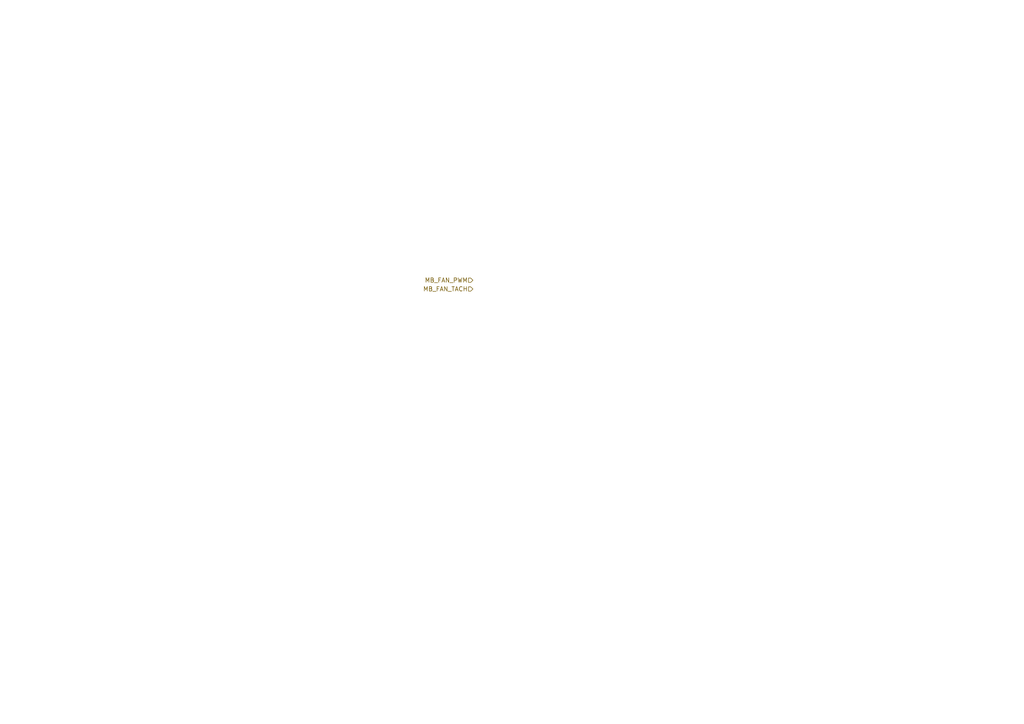
<source format=kicad_sch>
(kicad_sch
	(version 20250114)
	(generator "eeschema")
	(generator_version "9.0")
	(uuid "c527b5d9-f2dc-45c6-a838-5198dc174d4b")
	(paper "A4")
	(lib_symbols)
	(hierarchical_label "MB_FAN_PWM"
		(shape input)
		(at 137.16 81.28 180)
		(effects
			(font
				(size 1.27 1.27)
			)
			(justify right)
		)
		(uuid "771bba9a-8474-4a55-af75-257ae9a166d9")
	)
	(hierarchical_label "MB_FAN_TACH"
		(shape input)
		(at 137.16 83.82 180)
		(effects
			(font
				(size 1.27 1.27)
			)
			(justify right)
		)
		(uuid "afcae2a9-9b77-4f29-9424-3c8cc62134c5")
	)
)

</source>
